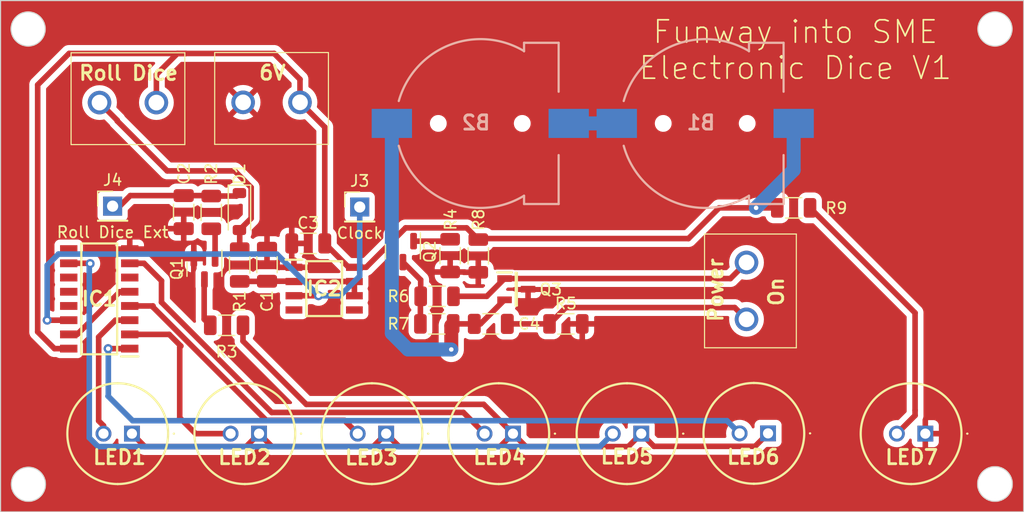
<source format=kicad_pcb>
(kicad_pcb (version 20221018) (generator pcbnew)
  (layers (0 "F.Cu" signal) (31 "B.Cu" signal) (34 "B.Paste" user) (35 "F.Paste" user) (36 "B.SilkS" user "B.Silkscreen") (37 "F.SilkS" user "F.Silkscreen") (38 "B.Mask" user) (39 "F.Mask" user) (44 "Edge.Cuts" user))
  (net 0 "")
  (net 1 "Net-(B1-Pad1)")
  (net 2 "6V")
  (net 3 "Net-(Q3-S)")
  (net 4 "Net-(IC2-DISCH)")
  (net 5 "GND")
  (net 6 "Net-(D1-K)")
  (net 7 "Net-(C4-Pad2)")
  (net 8 "Net-(D1-A)")
  (net 9 "LED 6")
  (net 10 "LED 2")
  (net 11 "LED 1")
  (net 12 "LED 3")
  (net 13 "RESET")
  (net 15 "LED 4")
  (net 17 "LED 5")
  (net 21 "Net-(IC1-CP0)")
  (net 24 "Net-(Q3-G)")
  (net 25 "Net-(LED1-K)")
  (net 26 "Net-(LED7-A)")
  (net 27 "Net-(Q1-B)")
  (net 28 "Net-(Q1-C)")
  (net 29 "Net-(Q2-B)")
  (net 30 "Net-(Q2-C)")
  (footprint "Resistor_SMD:R_1206_3216Metric" (layer "F.Cu") (at 166.0652 92.456 180)
    (fp_text reference "R6" (at 3.4544 0) (layer "F.SilkS"))
    (fp_text value "10k")
    (fp_line (start -0.727064 -0.91) (end 0.727064 -0.91) (stroke (width 0.12)) (layer "F.SilkS"))
    (fp_line (start -0.727064 0.91) (end 0.727064 0.91) (stroke (width 0.12)) (layer "F.SilkS"))
    (pad "1" smd roundrect (at -1.4625 0 180) (size 1.125 1.75) (layers "F.Cu" "F.Paste" "F.Mask") (roundrect_rratio 0.2222222222) (net 24 "Net-(Q3-G)"))
    (pad "2" smd roundrect (at 1.4625 0 180) (size 1.125 1.75) (layers "F.Cu" "F.Paste" "F.Mask") (roundrect_rratio 0.2222222222) (net 30 "Net-(Q2-C)"))
  )
  (footprint "Capacitor_SMD:C_1206_3216Metric" (layer "F.Cu") (at 143.4338 84.9376 -90)
    (fp_text reference "C2" (at -3.4544 -0.0254 90) (layer "F.SilkS"))
    (fp_text value "33uF")
    (fp_line (start -0.711252 -0.91) (end 0.711252 -0.91) (stroke (width 0.12)) (layer "F.SilkS"))
    (fp_line (start -0.711252 0.91) (end 0.711252 0.91) (stroke (width 0.12)) (layer "F.SilkS"))
    (pad "1" smd roundrect (at -1.475 0 270) (size 1.15 1.8) (layers "F.Cu" "F.Paste" "F.Mask") (roundrect_rratio 0.2173913043) (net 6 "Net-(D1-K)"))
    (pad "2" smd roundrect (at 1.475 0 270) (size 1.15 1.8) (layers "F.Cu" "F.Paste" "F.Mask") (roundrect_rratio 0.2173913043) (net 5 "GND"))
  )
  (footprint "SamacSys_Parts:17761192" (layer "F.Cu") (at 153.8224 75.1332 180)
    (fp_text reference "J2" hide)
    (fp_text value "6V" (at 2.4638 2.6416) (layer "F.SilkS") (effects (font (size 1.27 1.27) (thickness 0.254))))
    (fp_line (start -2.54 -3.75) (end 7.62 -3.75) (stroke (width 0.1)) (layer "F.SilkS"))
    (fp_line (start -2.54 4.45) (end -2.54 -3.75) (stroke (width 0.1)) (layer "F.SilkS"))
    (fp_line (start 7.62 -3.75) (end 7.62 4.45) (stroke (width 0.1)) (layer "F.SilkS"))
    (fp_line (start 7.62 4.45) (end -2.54 4.45) (stroke (width 0.1)) (layer "F.SilkS"))
    (pad "1" thru_hole circle (at 0 0 180) (size 2.1 2.1) (drill 1.4) (layers "*.Cu" "*.Mask") (net 2 "6V"))
    (pad "2" thru_hole circle (at 5.08 0 180) (size 2.1 2.1) (drill 1.4) (layers "*.Cu" "*.Mask") (net 5 "GND"))
  )
  (footprint "Package_TO_SOT_SMD:SOT-23" (layer "F.Cu") (at 163.0172 88.4682 -90)
    (fp_text reference "Q2" (at 0 -2.4 90) (layer "F.SilkS"))
    (fp_text value "BC858")
    (fp_line (start 0 -1.56) (end -1.675 -1.56) (stroke (width 0.12)) (layer "F.SilkS"))
    (fp_line (start 0 -1.56) (end 0.65 -1.56) (stroke (width 0.12)) (layer "F.SilkS"))
    (fp_line (start 0 1.56) (end -0.65 1.56) (stroke (width 0.12)) (layer "F.SilkS"))
    (fp_line (start 0 1.56) (end 0.65 1.56) (stroke (width 0.12)) (layer "F.SilkS"))
    (pad "1" smd roundrect (at -0.9375 -0.95 270) (size 1.475 0.6) (layers "F.Cu" "F.Paste" "F.Mask") (net 29 "Net-(Q2-B)"))
    (pad "2" smd roundrect (at -0.9375 0.95 270) (size 1.475 0.6) (layers "F.Cu" "F.Paste" "F.Mask") (net 2 "6V"))
    (pad "3" smd roundrect (at 0.9375 0 270) (size 1.475 0.6) (layers "F.Cu" "F.Paste" "F.Mask") (net 30 "Net-(Q2-C)"))
  )
  (footprint "SamacSys_Parts:L793GD" (layer "F.Cu") (at 184.3024 104.7242 -90)
    (fp_text reference "LED5" (at 2.0574 1.27 -180) (layer "F.SilkS") (effects (font (size 1.27 1.27) (thickness 0.254))))
    (fp_text value "L-793GD" hide)
    (fp_line (start -4.5 1.27) (end -4.5 1.27) (stroke (width 0.2)) (layer "F.SilkS"))
    (fp_line (start 0 -3.8) (end 0 -3.8) (stroke (width 0.1)) (layer "F.SilkS"))
    (fp_line (start 0 -3.7) (end 0 -3.7) (stroke (width 0.1)) (layer "F.SilkS"))
    (fp_line (start 4.5 1.27) (end 4.5 1.27) (stroke (width 0.2)) (layer "F.SilkS"))
    (fp_arc (start -4.5 1.27) (mid 0 -3.23) (end 4.5 1.27) (stroke (width 0.2)) (layer "F.SilkS"))
    (fp_arc (start 0 -3.8) (mid 0.05 -3.75) (end 0 -3.7) (stroke (width 0.1)) (layer "F.SilkS"))
    (fp_arc (start 0 -3.7) (mid -0.05 -3.75) (end 0 -3.8) (stroke (width 0.1)) (layer "F.SilkS"))
    (fp_arc (start 4.5 1.27) (mid 0 5.77) (end -4.5 1.27) (stroke (width 0.2)) (layer "F.SilkS"))
    (pad "1" thru_hole rect (at 0 0 270) (size 1.416 1.416) (drill 0.91) (layers "*.Cu" "*.Mask") (net 25 "Net-(LED1-K)"))
    (pad "2" thru_hole circle (at 0 2.54 270) (size 1.416 1.416) (drill 0.91) (layers "*.Cu" "*.Mask") (net 17 "LED 5"))
  )
  (footprint "SamacSys_Parts:L793GD" (layer "F.Cu") (at 161.5186 104.7242 -90)
    (fp_text reference "LED3" (at 2.1336 1.3208 -180) (layer "F.SilkS") (effects (font (size 1.27 1.27) (thickness 0.254))))
    (fp_text value "L-793GD" hide)
    (fp_line (start -4.5 1.27) (end -4.5 1.27) (stroke (width 0.2)) (layer "F.SilkS"))
    (fp_line (start 0 -3.8) (end 0 -3.8) (stroke (width 0.1)) (layer "F.SilkS"))
    (fp_line (start 0 -3.7) (end 0 -3.7) (stroke (width 0.1)) (layer "F.SilkS"))
    (fp_line (start 4.5 1.27) (end 4.5 1.27) (stroke (width 0.2)) (layer "F.SilkS"))
    (fp_arc (start -4.5 1.27) (mid 0 -3.23) (end 4.5 1.27) (stroke (width 0.2)) (layer "F.SilkS"))
    (fp_arc (start 0 -3.8) (mid 0.05 -3.75) (end 0 -3.7) (stroke (width 0.1)) (layer "F.SilkS"))
    (fp_arc (start 0 -3.7) (mid -0.05 -3.75) (end 0 -3.8) (stroke (width 0.1)) (layer "F.SilkS"))
    (fp_arc (start 4.5 1.27) (mid 0 5.77) (end -4.5 1.27) (stroke (width 0.2)) (layer "F.SilkS"))
    (pad "1" thru_hole rect (at 0 0 270) (size 1.416 1.416) (drill 0.91) (layers "*.Cu" "*.Mask") (net 25 "Net-(LED1-K)"))
    (pad "2" thru_hole circle (at 0 2.54 270) (size 1.416 1.416) (drill 0.91) (layers "*.Cu" "*.Mask") (net 12 "LED 3"))
  )
  (footprint "SamacSys_Parts:SOIC127P600X175-8N" (layer "F.Cu") (at 155.9814 91.7702)
    (fp_text reference "IC2" (at 0 0) (layer "F.SilkS") (effects (font (size 1.27 1.27) (thickness 0.254))))
    (fp_text value "NE555DR" hide)
    (fp_line (start -3.45 -2.58) (end -1.95 -2.58) (stroke (width 0.2)) (layer "F.SilkS"))
    (fp_line (start -1.6 -2.45) (end 1.6 -2.45) (stroke (width 0.2)) (layer "F.SilkS"))
    (fp_line (start -1.6 2.45) (end -1.6 -2.45) (stroke (width 0.2)) (layer "F.SilkS"))
    (fp_line (start 1.6 -2.45) (end 1.6 2.45) (stroke (width 0.2)) (layer "F.SilkS"))
    (fp_line (start 1.6 2.45) (end -1.6 2.45) (stroke (width 0.2)) (layer "F.SilkS"))
    (pad "1" smd rect (at -2.7 -1.905 90) (size 0.65 1.5) (layers "F.Cu" "F.Paste" "F.Mask") (net 5 "GND"))
    (pad "2" smd rect (at -2.7 -0.635 90) (size 0.65 1.5) (layers "F.Cu" "F.Paste" "F.Mask") (net 4 "Net-(IC2-DISCH)"))
    (pad "3" smd rect (at -2.7 0.635 90) (size 0.65 1.5) (layers "F.Cu" "F.Paste" "F.Mask") (net 21 "Net-(IC1-CP0)"))
    (pad "4" smd rect (at -2.7 1.905 90) (size 0.65 1.5) (layers "F.Cu" "F.Paste" "F.Mask"))
    (pad "5" smd rect (at 2.7 1.905 90) (size 0.65 1.5) (layers "F.Cu" "F.Paste" "F.Mask"))
    (pad "6" smd rect (at 2.7 0.635 90) (size 0.65 1.5) (layers "F.Cu" "F.Paste" "F.Mask") (net 4 "Net-(IC2-DISCH)"))
    (pad "7" smd rect (at 2.7 -0.635 90) (size 0.65 1.5) (layers "F.Cu" "F.Paste" "F.Mask") (net 4 "Net-(IC2-DISCH)"))
    (pad "8" smd rect (at 2.7 -1.905 90) (size 0.65 1.5) (layers "F.Cu" "F.Paste" "F.Mask") (net 2 "6V"))
  )
  (footprint "Resistor_SMD:R_1206_3216Metric" (layer "F.Cu") (at 147.2692 95.0468)
    (fp_text reference "R3" (at 0 2.3622) (layer "F.SilkS"))
    (fp_text value "220R")
    (fp_line (start -0.727064 -0.91) (end 0.727064 -0.91) (stroke (width 0.12)) (layer "F.SilkS"))
    (fp_line (start -0.727064 0.91) (end 0.727064 0.91) (stroke (width 0.12)) (layer "F.SilkS"))
    (pad "1" smd roundrect (at -1.4625 0) (size 1.125 1.75) (layers "F.Cu" "F.Paste" "F.Mask") (roundrect_rratio 0.2222222222) (net 28 "Net-(Q1-C)"))
    (pad "2" smd roundrect (at 1.4625 0) (size 1.125 1.75) (layers "F.Cu" "F.Paste" "F.Mask") (roundrect_rratio 0.2222222222) (net 25 "Net-(LED1-K)"))
  )
  (footprint "Capacitor_SMD:C_1206_3216Metric" (layer "F.Cu") (at 170.8658 94.9198)
    (fp_text reference "C4" (at 3.429 0) (layer "F.SilkS"))
    (fp_text value "330nF-1206-50V-10%")
    (fp_line (start -0.711252 -0.91) (end 0.711252 -0.91) (stroke (width 0.12)) (layer "F.SilkS"))
    (fp_line (start -0.711252 0.91) (end 0.711252 0.91) (stroke (width 0.12)) (layer "F.SilkS"))
    (pad "1" smd roundrect (at -1.475 0) (size 1.15 1.8) (layers "F.Cu" "F.Paste" "F.Mask") (roundrect_rratio 0.2173913043) (net 3 "Net-(Q3-S)"))
    (pad "2" smd roundrect (at 1.475 0) (size 1.15 1.8) (layers "F.Cu" "F.Paste" "F.Mask") (roundrect_rratio 0.2173913043) (net 7 "Net-(C4-Pad2)"))
  )
  (footprint "Capacitor_SMD:C_1206_3216Metric" (layer "F.Cu") (at 154.559 87.7316 180)
    (fp_text reference "C3" (at 0 1.8288) (layer "F.SilkS"))
    (fp_text value "4.7uF")
    (fp_line (start -0.711252 -0.91) (end 0.711252 -0.91) (stroke (width 0.12)) (layer "F.SilkS"))
    (fp_line (start -0.711252 0.91) (end 0.711252 0.91) (stroke (width 0.12)) (layer "F.SilkS"))
    (pad "1" smd roundrect (at -1.475 0 180) (size 1.15 1.8) (layers "F.Cu" "F.Paste" "F.Mask") (roundrect_rratio 0.2173913043) (net 2 "6V"))
    (pad "2" smd roundrect (at 1.475 0 180) (size 1.15 1.8) (layers "F.Cu" "F.Paste" "F.Mask") (roundrect_rratio 0.2173913043) (net 5 "GND"))
  )
  (footprint "Resistor_SMD:R_1206_3216Metric" (layer "F.Cu") (at 169.7482 88.8492 90)
    (fp_text reference "R8" (at 3.2258 0.0254 90) (layer "F.SilkS"))
    (fp_text value "10k")
    (fp_line (start -0.727064 -0.91) (end 0.727064 -0.91) (stroke (width 0.12)) (layer "F.SilkS"))
    (fp_line (start -0.727064 0.91) (end 0.727064 0.91) (stroke (width 0.12)) (layer "F.SilkS"))
    (pad "1" smd roundrect (at -1.4625 0 90) (size 1.125 1.75) (layers "F.Cu" "F.Paste" "F.Mask") (roundrect_rratio 0.2222222222) (net 5 "GND"))
    (pad "2" smd roundrect (at 1.4625 0 90) (size 1.125 1.75) (layers "F.Cu" "F.Paste" "F.Mask") (roundrect_rratio 0.2222222222) (net 2 "6V"))
  )
  (footprint "SamacSys_Parts:L793GD" (layer "F.Cu") (at 209.677 104.7242 -90)
    (fp_text reference "LED7" (at 2.1082 1.2192 -180) (layer "F.SilkS") (effects (font (size 1.27 1.27) (thickness 0.254))))
    (fp_text value "L-793GD" hide)
    (fp_line (start -4.5 1.27) (end -4.5 1.27) (stroke (width 0.2)) (layer "F.SilkS"))
    (fp_line (start 0 -3.8) (end 0 -3.8) (stroke (width 0.1)) (layer "F.SilkS"))
    (fp_line (start 0 -3.7) (end 0 -3.7) (stroke (width 0.1)) (layer "F.SilkS"))
    (fp_line (start 4.5 1.27) (end 4.5 1.27) (stroke (width 0.2)) (layer "F.SilkS"))
    (fp_arc (start -4.5 1.27) (mid 0 -3.23) (end 4.5 1.27) (stroke (width 0.2)) (layer "F.SilkS"))
    (fp_arc (start 0 -3.8) (mid 0.05 -3.75) (end 0 -3.7) (stroke (width 0.1)) (layer "F.SilkS"))
    (fp_arc (start 0 -3.7) (mid -0.05 -3.75) (end 0 -3.8) (stroke (width 0.1)) (layer "F.SilkS"))
    (fp_arc (start 4.5 1.27) (mid 0 5.77) (end -4.5 1.27) (stroke (width 0.2)) (layer "F.SilkS"))
    (pad "1" thru_hole rect (at 0 0 270) (size 1.416 1.416) (drill 0.91) (layers "*.Cu" "*.Mask") (net 5 "GND"))
    (pad "2" thru_hole circle (at 0 2.54 270) (size 1.416 1.416) (drill 0.91) (layers "*.Cu" "*.Mask") (net 26 "Net-(LED7-A)"))
  )
  (footprint "SamacSys_Parts:17761192" (layer "F.Cu") (at 193.706 94.5134 90)
    (fp_text reference "J5" hide)
    (fp_text value "Power" (at 2.6162 -2.7488 90) (layer "F.SilkS") (effects (font (size 1.27 1.27) (thickness 0.254))))
    (fp_line (start -2.54 -3.75) (end 7.62 -3.75) (stroke (width 0.1)) (layer "F.SilkS"))
    (fp_line (start -2.54 4.45) (end -2.54 -3.75) (stroke (width 0.1)) (layer "F.SilkS"))
    (fp_line (start 7.62 -3.75) (end 7.62 4.45) (stroke (width 0.1)) (layer "F.SilkS"))
    (fp_line (start 7.62 4.45) (end -2.54 4.45) (stroke (width 0.1)) (layer "F.SilkS"))
    (pad "1" thru_hole circle (at 0 0 90) (size 2.1 2.1) (drill 1.4) (layers "*.Cu" "*.Mask") (net 7 "Net-(C4-Pad2)"))
    (pad "2" thru_hole circle (at 5.08 0 90) (size 2.1 2.1) (drill 1.4) (layers "*.Cu" "*.Mask") (net 24 "Net-(Q3-G)"))
  )
  (footprint "SamacSys_Parts:L793GD" (layer "F.Cu") (at 172.847 104.7242 -90)
    (fp_text reference "LED4" (at 2.1082 1.1938 -180) (layer "F.SilkS") (effects (font (size 1.27 1.27) (thickness 0.254))))
    (fp_text value "L-793GD" hide)
    (fp_line (start -4.5 1.27) (end -4.5 1.27) (stroke (width 0.2)) (layer "F.SilkS"))
    (fp_line (start 0 -3.8) (end 0 -3.8) (stroke (width 0.1)) (layer "F.SilkS"))
    (fp_line (start 0 -3.7) (end 0 -3.7) (stroke (width 0.1)) (layer "F.SilkS"))
    (fp_line (start 4.5 1.27) (end 4.5 1.27) (stroke (width 0.2)) (layer "F.SilkS"))
    (fp_arc (start -4.5 1.27) (mid 0 -3.23) (end 4.5 1.27) (stroke (width 0.2)) (layer "F.SilkS"))
    (fp_arc (start 0 -3.8) (mid 0.05 -3.75) (end 0 -3.7) (stroke (width 0.1)) (layer "F.SilkS"))
    (fp_arc (start 0 -3.7) (mid -0.05 -3.75) (end 0 -3.8) (stroke (width 0.1)) (layer "F.SilkS"))
    (fp_arc (start 4.5 1.27) (mid 0 5.77) (end -4.5 1.27) (stroke (width 0.2)) (layer "F.SilkS"))
    (pad "1" thru_hole rect (at 0 0 270) (size 1.416 1.416) (drill 0.91) (layers "*.Cu" "*.Mask") (net 25 "Net-(LED1-K)"))
    (pad "2" thru_hole circle (at 0 2.54 270) (size 1.416 1.416) (drill 0.91) (layers "*.Cu" "*.Mask") (net 15 "LED 4"))
  )
  (footprint "Resistor_SMD:R_1206_3216Metric" (layer "F.Cu") (at 145.8976 84.963 90)
    (fp_text reference "R2" (at 3.4544 0 90) (layer "F.SilkS"))
    (fp_text value "220k")
    (fp_line (start -0.727064 -0.91) (end 0.727064 -0.91) (stroke (width 0.12)) (layer "F.SilkS"))
    (fp_line (start -0.727064 0.91) (end 0.727064 0.91) (stroke (width 0.12)) (layer "F.SilkS"))
    (pad "1" smd roundrect (at -1.4625 0 90) (size 1.125 1.75) (layers "F.Cu" "F.Paste" "F.Mask") (roundrect_rratio 0.2222222222) (net 27 "Net-(Q1-B)"))
    (pad "2" smd roundrect (at 1.4625 0 90) (size 1.125 1.75) (layers "F.Cu" "F.Paste" "F.Mask") (roundrect_rratio 0.2222222222) (net 6 "Net-(D1-K)"))
  )
  (footprint "Resistor_SMD:R_1206_3216Metric" (layer "F.Cu") (at 177.5714 94.9198)
    (fp_text reference "R5" (at 0 -1.82) (layer "F.SilkS"))
    (fp_text value "1M")
    (fp_line (start -0.727064 -0.91) (end 0.727064 -0.91) (stroke (width 0.12)) (layer "F.SilkS"))
    (fp_line (start -0.727064 0.91) (end 0.727064 0.91) (stroke (width 0.12)) (layer "F.SilkS"))
    (pad "1" smd roundrect (at -1.4625 0) (size 1.125 1.75) (layers "F.Cu" "F.Paste" "F.Mask") (roundrect_rratio 0.2222222222) (net 7 "Net-(C4-Pad2)"))
    (pad "2" smd roundrect (at 1.4625 0) (size 1.125 1.75) (layers "F.Cu" "F.Paste" "F.Mask") (roundrect_rratio 0.2222222222) (net 5 "GND"))
  )
  (footprint "SamacSys_Parts:L793GD" (layer "F.Cu") (at 150.1648 104.7242 -90)
    (fp_text reference "LED2" (at 2.1082 1.2954 -180) (layer "F.SilkS") (effects (font (size 1.27 1.27) (thickness 0.254))))
    (fp_text value "L-793GD" hide)
    (fp_line (start -4.5 1.27) (end -4.5 1.27) (stroke (width 0.2)) (layer "F.SilkS"))
    (fp_line (start 0 -3.8) (end 0 -3.8) (stroke (width 0.1)) (layer "F.SilkS"))
    (fp_line (start 0 -3.7) (end 0 -3.7) (stroke (width 0.1)) (layer "F.SilkS"))
    (fp_line (start 4.5 1.27) (end 4.5 1.27) (stroke (width 0.2)) (layer "F.SilkS"))
    (fp_arc (start -4.5 1.27) (mid 0 -3.23) (end 4.5 1.27) (stroke (width 0.2)) (layer "F.SilkS"))
    (fp_arc (start 0 -3.8) (mid 0.05 -3.75) (end 0 -3.7) (stroke (width 0.1)) (layer "F.SilkS"))
    (fp_arc (start 0 -3.7) (mid -0.05 -3.75) (end 0 -3.8) (stroke (width 0.1)) (layer "F.SilkS"))
    (fp_arc (start 4.5 1.27) (mid 0 5.77) (end -4.5 1.27) (stroke (width 0.2)) (layer "F.SilkS"))
    (pad "1" thru_hole rect (at 0 0 270) (size 1.416 1.416) (drill 0.91) (layers "*.Cu" "*.Mask") (net 25 "Net-(LED1-K)"))
    (pad "2" thru_hole circle (at 0 2.54 270) (size 1.416 1.416) (drill 0.91) (layers "*.Cu" "*.Mask") (net 10 "LED 2"))
  )
  (footprint "SamacSys_Parts:17761192" (layer "F.Cu") (at 140.9954 75.153 180)
    (fp_text reference "J1" hide)
    (fp_text value "Roll Dice" (at 2.4892 2.636) (layer "F.SilkS") (effects (font (size 1.27 1.27) (thickness 0.254))))
    (fp_line (start -2.54 -3.75) (end 7.62 -3.75) (stroke (width 0.1)) (layer "F.SilkS"))
    (fp_line (start -2.54 4.45) (end -2.54 -3.75) (stroke (width 0.1)) (layer "F.SilkS"))
    (fp_line (start 7.62 -3.75) (end 7.62 4.45) (stroke (width 0.1)) (layer "F.SilkS"))
    (fp_line (start 7.62 4.45) (end -2.54 4.45) (stroke (width 0.1)) (layer "F.SilkS"))
    (pad "1" thru_hole circle (at 0 0 180) (size 2.1 2.1) (drill 1.4) (layers "*.Cu" "*.Mask") (net 2 "6V"))
    (pad "2" thru_hole circle (at 5.08 0 180) (size 2.1 2.1) (drill 1.4) (layers "*.Cu" "*.Mask") (net 8 "Net-(D1-A)"))
  )
  (footprint "Capacitor_SMD:C_1206_3216Metric" (layer "F.Cu") (at 150.876 89.6366 90)
    (fp_text reference "C1" (at -3.2512 0 90) (layer "F.SilkS"))
    (fp_text value "22nF")
    (fp_line (start -0.711252 -0.91) (end 0.711252 -0.91) (stroke (width 0.12)) (layer "F.SilkS"))
    (fp_line (start -0.711252 0.91) (end 0.711252 0.91) (stroke (width 0.12)) (layer "F.SilkS"))
    (pad "1" smd roundrect (at -1.475 0 90) (size 1.15 1.8) (layers "F.Cu" "F.Paste" "F.Mask") (roundrect_rratio 0.2173913043) (net 4 "Net-(IC2-DISCH)"))
    (pad "2" smd roundrect (at 1.475 0 90) (size 1.15 1.8) (layers "F.Cu" "F.Paste" "F.Mask") (roundrect_rratio 0.2173913043) (net 5 "GND"))
  )
  (footprint "Diode_SMD:D_SOD-123" (layer "F.Cu") (at 148.4122 84.8868 -90)
    (fp_text reference "D1" (at -3.3528 0 90) (layer "F.SilkS"))
    (fp_text value "1N4148W")
    (fp_line (start -2.36 -1) (end -2.36 1) (stroke (width 0.12)) (layer "F.SilkS"))
    (fp_line (start -2.36 -1) (end 1.65 -1) (stroke (width 0.12)) (layer "F.SilkS"))
    (fp_line (start -2.36 1) (end 1.65 1) (stroke (width 0.12)) (layer "F.SilkS"))
    (pad "1" smd roundrect (at -1.65 0 270) (size 0.9 1.2) (layers "F.Cu" "F.Paste" "F.Mask") (net 6 "Net-(D1-K)"))
    (pad "2" smd roundrect (at 1.65 0 270) (size 0.9 1.2) (layers "F.Cu" "F.Paste" "F.Mask") (net 8 "Net-(D1-A)"))
  )
  (footprint "Package_TO_SOT_SMD:SOT-23" (layer "F.Cu") (at 145.288 90.0199 -90)
    (fp_text reference "Q1" (at -0.0102 2.4661 90) (layer "F.SilkS"))
    (fp_text value "BC848")
    (fp_line (start 0 -1.56) (end -1.675 -1.56) (stroke (width 0.12)) (layer "F.SilkS"))
    (fp_line (start 0 -1.56) (end 0.65 -1.56) (stroke (width 0.12)) (layer "F.SilkS"))
    (fp_line (start 0 1.56) (end -0.65 1.56) (stroke (width 0.12)) (layer "F.SilkS"))
    (fp_line (start 0 1.56) (end 0.65 1.56) (stroke (width 0.12)) (layer "F.SilkS"))
    (pad "1" smd roundrect (at -0.9375 -0.95 270) (size 1.475 0.6) (layers "F.Cu" "F.Paste" "F.Mask") (net 27 "Net-(Q1-B)"))
    (pad "2" smd roundrect (at -0.9375 0.95 270) (size 1.475 0.6) (layers "F.Cu" "F.Paste" "F.Mask") (net 5 "GND"))
    (pad "3" smd roundrect (at 0.9375 0 270) (size 1.475 0.6) (layers "F.Cu" "F.Paste" "F.Mask") (net 28 "Net-(Q1-C)"))
  )
  (footprint "SamacSys_Parts:L793GD" (layer "F.Cu") (at 138.811 104.7242 -90)
    (fp_text reference "LED1" (at 2.1082 1.1176 -180) (layer "F.SilkS") (effects (font (size 1.27 1.27) (thickness 0.254))))
    (fp_text value "L-793GD" hide)
    (fp_line (start -4.5 1.27) (end -4.5 1.27) (stroke (width 0.2)) (layer "F.SilkS"))
    (fp_line (start 0 -3.8) (end 0 -3.8) (stroke (width 0.1)) (layer "F.SilkS"))
    (fp_line (start 0 -3.7) (end 0 -3.7) (stroke (width 0.1)) (layer "F.SilkS"))
    (fp_line (start 4.5 1.27) (end 4.5 1.27) (stroke (width 0.2)) (layer "F.SilkS"))
    (fp_arc (start -4.5 1.27) (mid 0 -3.23) (end 4.5 1.27) (stroke (width 0.2)) (layer "F.SilkS"))
    (fp_arc (start 0 -3.8) (mid 0.05 -3.75) (end 0 -3.7) (stroke (width 0.1)) (layer "F.SilkS"))
    (fp_arc (start 0 -3.7) (mid -0.05 -3.75) (end 0 -3.8) (stroke (width 0.1)) (layer "F.SilkS"))
    (fp_arc (start 4.5 1.27) (mid 0 5.77) (end -4.5 1.27) (stroke (width 0.2)) (layer "F.SilkS"))
    (pad "1" thru_hole rect (at 0 0 270) (size 1.416 1.416) (drill 0.91) (layers "*.Cu" "*.Mask") (net 25 "Net-(LED1-K)"))
    (pad "2" thru_hole circle (at 0 2.54 270) (size 1.416 1.416) (drill 0.91) (layers "*.Cu" "*.Mask") (net 11 "LED 1"))
  )
  (footprint "Resistor_SMD:R_1206_3216Metric" (layer "F.Cu") (at 166.0398 94.9198 180)
    (fp_text reference "R7" (at 3.429 0) (layer "F.SilkS"))
    (fp_text value "10k")
    (fp_line (start -0.727064 -0.91) (end 0.727064 -0.91) (stroke (width 0.12)) (layer "F.SilkS"))
    (fp_line (start -0.727064 0.91) (end 0.727064 0.91) (stroke (width 0.12)) (layer "F.SilkS"))
    (pad "1" smd roundrect (at -1.4625 0 180) (size 1.125 1.75) (layers "F.Cu" "F.Paste" "F.Mask") (roundrect_rratio 0.2222222222) (net 3 "Net-(Q3-S)"))
    (pad "2" smd roundrect (at 1.4625 0 180) (size 1.125 1.75) (layers "F.Cu" "F.Paste" "F.Mask") (roundrect_rratio 0.2222222222) (net 30 "Net-(Q2-C)"))
  )
  (footprint "Resistor_SMD:R_1206_3216Metric" (layer "F.Cu") (at 167.2336 88.8238 90)
    (fp_text reference "R4" (at 3.2258 0.0508 90) (layer "F.SilkS"))
    (fp_text value "100k")
    (fp_line (start -0.727064 -0.91) (end 0.727064 -0.91) (stroke (width 0.12)) (layer "F.SilkS"))
    (fp_line (start -0.727064 0.91) (end 0.727064 0.91) (stroke (width 0.12)) (layer "F.SilkS"))
    (pad "1" smd roundrect (at -1.4625 0 90) (size 1.125 1.75) (layers "F.Cu" "F.Paste" "F.Mask") (roundrect_rratio 0.2222222222) (net 5 "GND"))
    (pad "2" smd roundrect (at 1.4625 0 90) (size 1.125 1.75) (layers "F.Cu" "F.Paste" "F.Mask") (roundrect_rratio 0.2222222222) (net 29 "Net-(Q2-B)"))
  )
  (footprint "SamacSys_Parts:L793GD" (layer "F.Cu") (at 195.6308 104.6988 -90)
    (fp_text reference "LED6" (at 2.1082 1.3208 -180) (layer "F.SilkS") (effects (font (size 1.27 1.27) (thickness 0.254))))
    (fp_text value "L-793GD" hide)
    (fp_line (start -4.5 1.27) (end -4.5 1.27) (stroke (width 0.2)) (layer "F.SilkS"))
    (fp_line (start 0 -3.8) (end 0 -3.8) (stroke (width 0.1)) (layer "F.SilkS"))
    (fp_line (start 0 -3.7) (end 0 -3.7) (stroke (width 0.1)) (layer "F.SilkS"))
    (fp_line (start 4.5 1.27) (end 4.5 1.27) (stroke (width 0.2)) (layer "F.SilkS"))
    (fp_arc (start -4.5 1.27) (mid 0 -3.23) (end 4.5 1.27) (stroke (width 0.2)) (layer "F.SilkS"))
    (fp_arc (start 0 -3.8) (mid 0.05 -3.75) (end 0 -3.7) (stroke (width 0.1)) (layer "F.SilkS"))
    (fp_arc (start 0 -3.7) (mid -0.05 -3.75) (end 0 -3.8) (stroke (width 0.1)) (layer "F.SilkS"))
    (fp_arc (start 4.5 1.27) (mid 0 5.77) (end -4.5 1.27) (stroke (width 0.2)) (layer "F.SilkS"))
    (pad "1" thru_hole rect (at 0 0 270) (size 1.416 1.416) (drill 0.91) (layers "*.Cu" "*.Mask") (net 25 "Net-(LED1-K)"))
    (pad "2" thru_hole circle (at 0 2.54 270) (size 1.416 1.416) (drill 0.91) (layers "*.Cu" "*.Mask") (net 9 "LED 6"))
  )
  (footprint "SamacSys_Parts:SOIC127P600X175-16N" (layer "F.Cu") (at 135.89 92.6846 180)
    (fp_text reference "IC1" (at 0 0) (layer "F.SilkS") (effects (font (size 1.27 1.27) (thickness 0.254))))
    (fp_text value "74HC4017D,653" hide)
    (fp_line (start -3.5 -5.145) (end -1.95 -5.145) (stroke (width 0.2)) (layer "F.SilkS"))
    (fp_line (start -1.6 -4.95) (end 1.6 -4.95) (stroke (width 0.2)) (layer "F.SilkS"))
    (fp_line (start -1.6 4.95) (end -1.6 -4.95) (stroke (width 0.2)) (layer "F.SilkS"))
    (fp_line (start 1.6 -4.95) (end 1.6 4.95) (stroke (width 0.2)) (layer "F.SilkS"))
    (fp_line (start 1.6 4.95) (end -1.6 4.95) (stroke (width 0.2)) (layer "F.SilkS"))
    (pad "1" smd rect (at -2.725 -4.445 270) (size 0.7 1.55) (layers "F.Cu" "F.Paste" "F.Mask") (net 9 "LED 6"))
    (pad "2" smd rect (at -2.725 -3.175 270) (size 0.7 1.55) (layers "F.Cu" "F.Paste" "F.Mask") (net 10 "LED 2"))
    (pad "3" smd rect (at -2.725 -1.905 270) (size 0.7 1.55) (layers "F.Cu" "F.Paste" "F.Mask") (net 11 "LED 1"))
    (pad "4" smd rect (at -2.725 -0.635 270) (size 0.7 1.55) (layers "F.Cu" "F.Paste" "F.Mask") (net 12 "LED 3"))
    (pad "5" smd rect (at -2.725 0.635 270) (size 0.7 1.55) (layers "F.Cu" "F.Paste" "F.Mask") (net 13 "RESET"))
    (pad "6" smd rect (at -2.725 1.905 270) (size 0.7 1.55) (layers "F.Cu" "F.Paste" "F.Mask"))
    (pad "7" smd rect (at -2.725 3.175 270) (size 0.7 1.55) (layers "F.Cu" "F.Paste" "F.Mask") (net 15 "LED 4"))
    (pad "8" smd rect (at -2.725 4.445 270) (size 0.7 1.55) (layers "F.Cu" "F.Paste" "F.Mask") (net 5 "GND"))
    (pad "9" smd rect (at 2.725 4.445 270) (size 0.7 1.55) (layers "F.Cu" "F.Paste" "F.Mask"))
    (pad "10" smd rect (at 2.725 3.175 270) (size 0.7 1.55) (layers "F.Cu" "F.Paste" "F.Mask") (net 17 "LED 5"))
    (pad "11" smd rect (at 2.725 1.905 270) (size 0.7 1.55) (layers "F.Cu" "F.Paste" "F.Mask"))
    (pad "12" smd rect (at 2.725 0.635 270) (size 0.7 1.55) (layers "F.Cu" "F.Paste" "F.Mask"))
    (pad "13" smd rect (at 2.725 -0.635 270) (size 0.7 1.55) (layers "F.Cu" "F.Paste" "F.Mask"))
    (pad "14" smd rect (at 2.725 -1.905 270) (size 0.7 1.55) (layers "F.Cu" "F.Paste" "F.Mask") (net 21 "Net-(IC1-CP0)"))
    (pad "15" smd rect (at 2.725 -3.175 270) (size 0.7 1.55) (layers "F.Cu" "F.Paste" "F.Mask") (net 13 "RESET"))
    (pad "16" smd rect (at 2.725 -4.445 270) (size 0.7 1.55) (layers "F.Cu" "F.Paste" "F.Mask") (net 2 "6V"))
  )
  (footprint "Resistor_SMD:R_1206_3216Metric" (layer "F.Cu") (at 148.4376 89.662 90)
    (fp_text reference "R1" (at -3.2512 0 90) (layer "F.SilkS"))
    (fp_text value "22k")
    (fp_line (start -0.727064 -0.91) (end 0.727064 -0.91) (stroke (width 0.12)) (layer "F.SilkS"))
    (fp_line (start -0.727064 0.91) (end 0.727064 0.91) (stroke (width 0.12)) (layer "F.SilkS"))
    (pad "1" smd roundrect (at -1.4625 0 90) (size 1.125 1.75) (layers "F.Cu" "F.Paste" "F.Mask") (roundrect_rratio 0.2222222222) (net 4 "Net-(IC2-DISCH)"))
    (pad "2" smd roundrect (at 1.4625 0 90) (size 1.125 1.75) (layers "F.Cu" "F.Paste" "F.Mask") (roundrect_rratio 0.2222222222) (net 8 "Net-(D1-A)"))
  )
  (footprint "Connector_PinHeader_2.54mm:PinHeader_1x01_P2.54mm_Vertical" (layer "F.Cu") (at 159.1564 84.4804)
    (fp_text reference "J3" (at 0 -2.33) (layer "F.SilkS"))
    (fp_text value "Clock" (at 0 2.33) (layer "F.SilkS"))
    (fp_line (start -1.33 -1.33) (end 0 -1.33) (stroke (width 0.12)) (layer "F.SilkS"))
    (fp_line (start -1.33 0) (end -1.33 -1.33) (stroke (width 0.12)) (layer "F.SilkS"))
    (fp_line (start -1.33 1.27) (end -1.33 1.33) (stroke (width 0.12)) (layer "F.SilkS"))
    (fp_line (start -1.33 1.27) (end 1.33 1.27) (stroke (width 0.12)) (layer "F.SilkS"))
    (fp_line (start -1.33 1.33) (end 1.33 1.33) (stroke (width 0.12)) (layer "F.SilkS"))
    (fp_line (start 1.33 1.27) (end 1.33 1.33) (stroke (width 0.12)) (layer "F.SilkS"))
    (pad "1" thru_hole rect (at 0 0) (size 1.7 1.7) (drill 1) (layers "*.Cu" "*.Mask") (net 21 "Net-(IC1-CP0)"))
  )
  (footprint "Connector_PinHeader_2.54mm:PinHeader_1x01_P2.54mm_Vertical" (layer "F.Cu") (at 137.0838 84.4042)
    (fp_text reference "J4" (at 0 -2.33) (layer "F.SilkS"))
    (fp_text value "Roll Dice Ext" (at 0 2.33) (layer "F.SilkS"))
    (fp_line (start -1.33 -1.33) (end 0 -1.33) (stroke (width 0.12)) (layer "F.SilkS"))
    (fp_line (start -1.33 0) (end -1.33 -1.33) (stroke (width 0.12)) (layer "F.SilkS"))
    (fp_line (start -1.33 1.27) (end -1.33 1.33) (stroke (width 0.12)) (layer "F.SilkS"))
    (fp_line (start -1.33 1.27) (end 1.33 1.27) (stroke (width 0.12)) (layer "F.SilkS"))
    (fp_line (start -1.33 1.33) (end 1.33 1.33) (stroke (width 0.12)) (layer "F.SilkS"))
    (fp_line (start 1.33 1.27) (end 1.33 1.33) (stroke (width 0.12)) (layer "F.SilkS"))
    (pad "1" thru_hole rect (at 0 0) (size 1.7 1.7) (drill 1) (layers "*.Cu" "*.Mask") (net 6 "Net-(D1-K)"))
  )
  (footprint "Resistor_SMD:R_1206_3216Metric" (layer "F.Cu") (at 197.9168 84.5566 180)
    (fp_text reference "R9" (at -3.81 -0.0254) (layer "F.SilkS"))
    (fp_text value "220R")
    (fp_line (start -0.727064 -0.91) (end 0.727064 -0.91) (stroke (width 0.12)) (layer "F.SilkS"))
    (fp_line (start -0.727064 0.91) (end 0.727064 0.91) (stroke (width 0.12)) (layer "F.SilkS"))
    (pad "1" smd roundrect (at -1.4625 0 180) (size 1.125 1.75) (layers "F.Cu" "F.Paste" "F.Mask") (roundrect_rratio 0.2222222222) (net 26 "Net-(LED7-A)"))
    (pad "2" smd roundrect (at 1.4625 0 180) (size 1.125 1.75) (layers "F.Cu" "F.Paste" "F.Mask") (roundrect_rratio 0.2222222222) (net 2 "6V"))
  )
  (footprint "SamacSys_Parts:SOT95P237X112-3N" (layer "F.Cu") (at 173.1432 91.821)
    (fp_text reference "Q3" (at 3.082 0.0254) (layer "F.SilkS") (effects (font (thickness 0.15875))))
    (fp_text value "Si2338DS-T1-GE3" hide)
    (fp_line (start -1.7 -1.5) (end -0.4 -1.5) (stroke (width 0.2)) (layer "F.SilkS"))
    (fp_line (start -0.05 -1.46) (end 0.05 -1.46) (stroke (width 0.2)) (layer "F.SilkS"))
    (fp_line (start -0.05 1.46) (end -0.05 -1.46) (stroke (width 0.2)) (layer "F.SilkS"))
    (fp_line (start 0.05 -1.46) (end 0.05 1.46) (stroke (width 0.2)) (layer "F.SilkS"))
    (fp_line (start 0.05 1.46) (end -0.05 1.46) (stroke (width 0.2)) (layer "F.SilkS"))
    (pad "1" smd rect (at -1.05 -0.95 90) (size 0.6 1.3) (layers "F.Cu" "F.Paste" "F.Mask") (net 24 "Net-(Q3-G)"))
    (pad "2" smd rect (at -1.05 0.95 90) (size 0.6 1.3) (layers "F.Cu" "F.Paste" "F.Mask") (net 3 "Net-(Q3-S)"))
    (pad "3" smd rect (at 1.05 0 90) (size 0.6 1.3) (layers "F.Cu" "F.Paste" "F.Mask") (net 5 "GND"))
  )
  (footprint "SamacSys_Parts:1056TR" (layer "B.Cu") (at 190.0174 77.0128)
    (fp_text reference "B1" (at -0.382 -0.067) (layer "B.SilkS") (effects (font (size 1.27 1.27) (thickness 0.254)) (justify mirror)))
    (fp_text value "1056TR" hide)
    (fp_line (start 3.909 -7.2) (end 7 -7.2) (stroke (width 0.2)) (layer "B.SilkS"))
    (fp_line (start 3.909 -6.438) (end 3.909 -7.2) (stroke (width 0.2)) (layer "B.SilkS"))
    (fp_line (start 3.909 6.45927) (end 3.909 7.2) (stroke (width 0.2)) (layer "B.SilkS"))
    (fp_line (start 3.909 7.2) (end 7 7.2) (stroke (width 0.2)) (layer "B.SilkS"))
    (fp_line (start 7 -7.2) (end 7 -2.82887) (stroke (width 0.2)) (layer "B.SilkS"))
    (fp_line (start 7 7.2) (end 7 2.82887) (stroke (width 0.2)) (layer "B.SilkS"))
    (fp_arc (start -7.28028 -2) (mid -2.786672 -6.988725) (end 3.906684 -6.460649) (stroke (width 0.2)) (layer "B.SilkS"))
    (fp_arc (start 3.906712 6.460656) (mid -2.796355 7.01305) (end -7.28028 2) (stroke (width 0.2)) (layer "B.SilkS"))
    (pad "" np_thru_hole circle (at -3.75 0) (size 1 1) (drill 1) (layers "*.Cu" "*.Mask"))
    (pad "" np_thru_hole circle (at 3.75 0) (size 1 1) (drill 1) (layers "*.Cu" "*.Mask"))
    (pad "1" smd rect (at -7.9 0 270) (size 2.6 3.6) (layers "B.Cu" "B.Paste" "B.Mask") (net 1 "Net-(B1-Pad1)"))
    (pad "2" smd rect (at 7.9 0 270) (size 2.6 3.6) (layers "B.Cu" "B.Paste" "B.Mask") (net 2 "6V"))
  )
  (footprint "SamacSys_Parts:1056TR" (layer "B.Cu") (at 169.926 77.0128)
    (fp_text reference "B2" (at -0.382 -0.067) (layer "B.SilkS") (effects (font (size 1.27 1.27) (thickness 0.254)) (justify mirror)))
    (fp_text value "1056TR" hide)
    (fp_line (start 3.909 -7.2) (end 7 -7.2) (stroke (width 0.2)) (layer "B.SilkS"))
    (fp_line (start 3.909 -6.438) (end 3.909 -7.2) (stroke (width 0.2)) (layer "B.SilkS"))
    (fp_line (start 3.909 6.45927) (end 3.909 7.2) (stroke (width 0.2)) (layer "B.SilkS"))
    (fp_line (start 3.909 7.2) (end 7 7.2) (stroke (width 0.2)) (layer "B.SilkS"))
    (fp_line (start 7 -7.2) (end 7 -2.82887) (stroke (width 0.2)) (layer "B.SilkS"))
    (fp_line (start 7 7.2) (end 7 2.82887) (stroke (width 0.2)) (layer "B.SilkS"))
    (fp_arc (start -7.28028 -2) (mid -2.786672 -6.988725) (end 3.906684 -6.460649) (stroke (width 0.2)) (layer "B.SilkS"))
    (fp_arc (start 3.906712 6.460656) (mid -2.796355 7.01305) (end -7.28028 2) (stroke (width 0.2)) (layer "B.SilkS"))
    (pad "" np_thru_hole circle (at -3.75 0) (size 1 1) (drill 1) (layers "*.Cu" "*.Mask"))
    (pad "" np_thru_hole circle (at 3.75 0) (size 1 1) (drill 1) (layers "*.Cu" "*.Mask"))
    (pad "1" smd rect (at -7.9 0 270) (size 2.6 3.6) (layers "B.Cu" "B.Paste" "B.Mask") (net 3 "Net-(Q3-S)"))
    (pad "2" smd rect (at 7.9 0 270) (size 2.6 3.6) (layers "B.Cu" "B.Paste" "B.Mask") (net 1 "Net-(B1-Pad1)"))
  )
  (gr_circle (center 215.9 109.22) (end 217.4494 109.22) (stroke (width 0.1)) (fill none) (layer "Edge.Cuts"))
  (gr_circle (center 215.9 68.58) (end 217.424 68.58) (stroke (width 0.1)) (fill none) (layer "Edge.Cuts"))
  (gr_circle (center 129.54 68.58) (end 128.016 68.58) (stroke (width 0.1)) (fill none) (layer "Edge.Cuts"))
  (gr_rect (start 127.0762 66.04) (end 218.4654 111.7092) (stroke (width 0.1)) (fill none) (layer "Edge.Cuts"))
  (gr_circle (center 129.5654 109.2454) (end 128.0414 109.2454) (stroke (width 0.1)) (fill none) (layer "Edge.Cuts"))
  (gr_text "On" (at 197.104 93.4466 90) (layer "F.SilkS") (effects (font (size 1.27 1.27) (thickness 0.254) bold) (justify left bottom)))
  (gr_text "Funway into SME\nElectronic Dice V1" (at 198.0692 73.2282) (layer "F.SilkS") (effects (font (size 2 2)) (justify bottom)))
  (segment (start 177.826 77.0128) (end 182.1174 77.0128) (width 1.25) (layer "B.Cu") (net 1))
  (segment (start 168.7047 86.3432) (end 163.2547 86.3432) (width 0.5) (layer "F.Cu") (net 2))
  (segment (start 158.6814 89.8652) (end 159.7327 89.8652) (width 0.5) (layer "F.Cu") (net 2))
  (segment (start 169.8351 87.2998) (end 169.7482 87.3867) (width 0.5) (layer "F.Cu") (net 2))
  (segment (start 143.6116 70.7644) (end 151.511 70.7644) (width 0.5) (layer "F.Cu") (net 2))
  (segment (start 153.8224 75.1332) (end 156.034 77.3448) (width 0.5) (layer "F.Cu") (net 2))
  (segment (start 158.1676 89.8652) (end 156.034 87.7316) (width 0.5) (layer "F.Cu") (net 2))
  (segment (start 188.5188 87.2998) (end 169.8351 87.2998) (width 0.5) (layer "F.Cu") (net 2))
  (segment (start 140.9954 72.644) (end 142.875 70.7644) (width 0.5) (layer "F.Cu") (net 2))
  (segment (start 191.262 84.5566) (end 188.5188 87.2998) (width 0.5) (layer "F.Cu") (net 2))
  (segment (start 163.2547 86.3432) (end 162.0672 87.5307) (width 0.5) (layer "F.Cu") (net 2))
  (segment (start 196.4543 84.5566) (end 194.564 84.5566) (width 0.5) (layer "F.Cu") (net 2))
  (segment (start 133.165 97.1296) (end 131.89 97.1296) (width 0.5) (layer "F.Cu") (net 2))
  (segment (start 156.034 77.3448) (end 156.034 87.7316) (width 0.5) (layer "F.Cu") (net 2))
  (segment (start 153.8224 73.0758) (end 153.8224 75.1332) (width 0.5) (layer "F.Cu") (net 2))
  (segment (start 130.3918 73.5702) (end 133.1976 70.7644) (width 0.5) (layer "F.Cu") (net 2))
  (segment (start 130.3918 95.6314) (end 130.3918 73.5702) (width 0.5) (layer "F.Cu") (net 2))
  (segment (start 159.7327 89.8652) (end 162.0672 87.5307) (width 0.5) (layer "F.Cu") (net 2))
  (segment (start 151.511 70.7644) (end 153.8224 73.0758) (width 0.5) (layer "F.Cu") (net 2))
  (segment (start 140.9954 75.153) (end 140.9954 72.644) (width 0.5) (layer "F.Cu") (net 2))
  (segment (start 131.89 97.1296) (end 130.3918 95.6314) (width 0.5) (layer "F.Cu") (net 2))
  (segment (start 194.564 84.5566) (end 191.262 84.5566) (width 0.5) (layer "F.Cu") (net 2))
  (segment (start 142.875 70.7644) (end 143.6116 70.7644) (width 0.5) (layer "F.Cu") (net 2))
  (segment (start 169.7482 87.3867) (end 168.7047 86.3432) (width 0.5) (layer "F.Cu") (net 2))
  (segment (start 133.1976 70.7644) (end 143.6116 70.7644) (width 0.5) (layer "F.Cu") (net 2))
  (segment (start 158.6814 89.8652) (end 158.1676 89.8652) (width 0.5) (layer "F.Cu") (net 2))
  (via (at 194.564 84.5566) (size 0.8) (drill 0.4) (layers "F.Cu" "B.Cu") (net 2))
  (segment (start 197.9174 81.1778) (end 194.5386 84.5566) (width 1.25) (layer "B.Cu") (net 2))
  (segment (start 197.9174 77.0128) (end 197.9174 81.1778) (width 1.25) (layer "B.Cu") (net 2))
  (segment (start 169.9444 94.9198) (end 172.0932 92.771) (width 0.5) (layer "F.Cu") (net 3))
  (segment (start 167.5023 94.9198) (end 169.3908 94.9198) (width 0.5) (layer "F.Cu") (net 3))
  (segment (start 167.3352 97.2058) (end 167.3352 95.0869) (width 1.25) (layer "F.Cu") (net 3))
  (segment (start 167.3352 95.0869) (end 167.5023 94.9198) (width 1.25) (layer "F.Cu") (net 3))
  (segment (start 169.3908 94.9198) (end 169.9444 94.9198) (width 0.5) (layer "F.Cu") (net 3))
  (via (at 167.3352 97.2058) (size 0.8) (drill 0.4) (layers "F.Cu" "B.Cu") (net 3))
  (segment (start 162.026 77.0128) (end 162.026 95.7574) (width 1.25) (layer "B.Cu") (net 3))
  (segment (start 163.4744 97.2058) (end 167.3352 97.2058) (width 1.25) (layer "B.Cu") (net 3))
  (segment (start 162.026 95.7574) (end 163.4744 97.2058) (width 1.25) (layer "B.Cu") (net 3))
  (segment (start 158.6814 91.1352) (end 158.6814 92.4052) (width 0.5) (layer "F.Cu") (net 4))
  (segment (start 148.4376 91.1245) (end 150.8631 91.1245) (width 0.5) (layer "F.Cu") (net 4))
  (segment (start 153.2578 91.1116) (end 153.2814 91.1352) (width 0.5) (layer "F.Cu") (net 4))
  (segment (start 153.2814 91.1352) (end 158.6814 91.1352) (width 0.5) (layer "F.Cu") (net 4))
  (segment (start 150.8631 91.1245) (end 150.876 91.1116) (width 0.5) (layer "F.Cu") (net 4))
  (segment (start 150.876 91.1116) (end 153.2578 91.1116) (width 0.5) (layer "F.Cu") (net 4))
  (segment (start 137.7188 84.4042) (end 137.0838 84.4042) (width 0.5) (layer "F.Cu") (net 6))
  (segment (start 143.4338 83.4626) (end 138.6604 83.4626) (width 0.5) (layer "F.Cu") (net 6))
  (segment (start 148.1485 83.5005) (end 148.4122 83.2368) (width 0.5) (layer "F.Cu") (net 6))
  (segment (start 143.4338 83.4626) (end 145.8597 83.4626) (width 0.5) (layer "F.Cu") (net 6))
  (segment (start 145.8976 83.5005) (end 148.1485 83.5005) (width 0.5) (layer "F.Cu") (net 6))
  (segment (start 145.8597 83.4626) (end 145.8976 83.5005) (width 0.5) (layer "F.Cu") (net 6))
  (segment (start 138.6604 83.4626) (end 137.7188 84.4042) (width 0.5) (layer "F.Cu") (net 6))
  (segment (start 193.706 94.5134) (end 192.656 93.4634) (width 0.5) (layer "F.Cu") (net 7))
  (segment (start 172.3408 94.9198) (end 176.1089 94.9198) (width 0.5) (layer "F.Cu") (net 7))
  (segment (start 177.5653 93.4634) (end 176.1089 94.9198) (width 0.5) (layer "F.Cu") (net 7))
  (segment (start 192.656 93.4634) (end 177.5653 93.4634) (width 0.5) (layer "F.Cu") (net 7))
  (segment (start 137.4958 76.7334) (end 135.9154 75.153) (width 0.5) (layer "F.Cu") (net 8))
  (segment (start 148.4122 86.5368) (end 149.4622 85.4868) (width 0.5) (layer "F.Cu") (net 8))
  (segment (start 141.9606 81.2546) (end 147.984594 81.2546) (width 0.5) (layer "F.Cu") (net 8))
  (segment (start 137.4958 76.7334) (end 137.4958 76.7898) (width 0.5) (layer "F.Cu") (net 8))
  (segment (start 148.4376 86.5622) (end 148.4122 86.5368) (width 0.5) (layer "F.Cu") (net 8))
  (segment (start 147.984594 81.2546) (end 149.4622 82.732206) (width 0.5) (layer "F.Cu") (net 8))
  (segment (start 137.4958 76.7898) (end 141.9606 81.2546) (width 0.5) (layer "F.Cu") (net 8))
  (segment (start 149.4622 85.4868) (end 149.4622 82.732206) (width 0.5) (layer "F.Cu") (net 8))
  (segment (start 148.4376 88.1995) (end 148.4376 86.5622) (width 0.5) (layer "F.Cu") (net 8))
  (segment (start 136.6887 97.1296) (end 138.615 97.1296) (width 0.5) (layer "F.Cu") (net 9))
  (via (at 136.6887 97.1296) (size 0.8) (drill 0.4) (layers "F.Cu" "B.Cu") (net 9))
  (segment (start 193.0908 104.6988) (end 191.9582 103.5662) (width 0.5) (layer "B.Cu") (net 9))
  (segment (start 138.8722 103.5662) (end 136.6774 101.3714) (width 0.5) (layer "B.Cu") (net 9))
  (segment (start 136.7028 97.1437) (end 136.6887 97.1296) (width 0.5) (layer "B.Cu") (net 9))
  (segment (start 136.7028 101.346) (end 136.7028 97.1437) (width 0.5) (layer "B.Cu") (net 9))
  (segment (start 136.6774 101.3714) (end 136.7028 101.346) (width 0.5) (layer "B.Cu") (net 9))
  (segment (start 191.9582 103.5662) (end 138.8722 103.5662) (width 0.5) (layer "B.Cu") (net 9))
  (segment (start 142.1384 95.8596) (end 138.615 95.8596) (width 0.5) (layer "F.Cu") (net 10))
  (segment (start 143.0782 103.3018) (end 143.0782 97.0026) (width 0.5) (layer "F.Cu") (net 10))
  (segment (start 143.0782 97.0026) (end 143.1798 96.901) (width 0.5) (layer "F.Cu") (net 10))
  (segment (start 147.6248 104.7242) (end 144.5006 104.7242) (width 0.5) (layer "F.Cu") (net 10))
  (segment (start 144.5006 104.7242) (end 143.0782 103.3018) (width 0.5) (layer "F.Cu") (net 10))
  (segment (start 143.1798 96.901) (end 142.1384 95.8596) (width 0.5) (layer "F.Cu") (net 10))
  (segment (start 135.8392 96.0904) (end 135.8392 103.5812) (width 0.5) (layer "F.Cu") (net 11))
  (segment (start 136.271 104.013) (end 136.271 104.7242) (width 0.5) (layer "F.Cu") (net 11))
  (segment (start 137.34 94.5896) (end 135.8392 96.0904) (width 0.5) (layer "F.Cu") (net 11))
  (segment (start 138.615 94.5896) (end 137.34 94.5896) (width 0.5) (layer "F.Cu") (net 11))
  (segment (start 135.8392 103.5812) (end 136.271 104.013) (width 0.5) (layer "F.Cu") (net 11))
  (segment (start 157.7848 103.5304) (end 158.9786 104.7242) (width 0.5) (layer "F.Cu") (net 12))
  (segment (start 140.6906 93.42185) (end 150.79915 103.5304) (width 0.5) (layer "F.Cu") (net 12))
  (segment (start 138.615 93.3196) (end 140.6906 93.3196) (width 0.5) (layer "F.Cu") (net 12))
  (segment (start 150.79915 103.5304) (end 157.7848 103.5304) (width 0.5) (layer "F.Cu") (net 12))
  (segment (start 140.6906 93.3196) (end 140.6906 93.42185) (width 0.5) (layer "F.Cu") (net 12))
  (segment (start 137.73 92.0496) (end 133.92 95.8596) (width 0.5) (layer "F.Cu") (net 13))
  (segment (start 133.92 95.8596) (end 133.165 95.8596) (width 0.5) (layer "F.Cu") (net 13))
  (segment (start 138.615 92.0496) (end 137.73 92.0496) (width 0.5) (layer "F.Cu") (net 13))
  (segment (start 151.2936 102.8304) (end 141.4526 92.9894) (width 0.5) (layer "F.Cu") (net 15))
  (segment (start 170.307 104.7242) (end 168.4132 102.8304) (width 0.5) (layer "F.Cu") (net 15))
  (segment (start 168.4132 102.8304) (end 151.2936 102.8304) (width 0.5) (layer "F.Cu") (net 15))
  (segment (start 139.89 89.5096) (end 138.615 89.5096) (width 0.5) (layer "F.Cu") (net 15))
  (segment (start 141.4526 91.0722) (end 139.89 89.5096) (width 0.5) (layer "F.Cu") (net 15))
  (segment (start 141.4526 92.9894) (end 141.4526 91.0722) (width 0.5) (layer "F.Cu") (net 15))
  (segment (start 135.0772 89.535) (end 135.0518 89.5096) (width 0.5) (layer "F.Cu") (net 17))
  (segment (start 133.165 89.5096) (end 135.0518 89.5096) (width 0.5) (layer "F.Cu") (net 17))
  (via (at 135.0772 89.535) (size 0.8) (drill 0.4) (layers "F.Cu" "B.Cu") (net 17))
  (segment (start 135.001 89.6112) (end 135.0772 89.535) (width 0.5) (layer "B.Cu") (net 17))
  (segment (start 135.79134 105.8822) (end 135.001 105.09186) (width 0.5) (layer "B.Cu") (net 17))
  (segment (start 180.6044 105.8822) (end 135.79134 105.8822) (width 0.5) (layer "B.Cu") (net 17))
  (segment (start 135.001 105.09186) (end 135.001 89.6112) (width 0.5) (layer "B.Cu") (net 17))
  (segment (start 181.7624 104.7242) (end 180.6044 105.8822) (width 0.5) (layer "B.Cu") (net 17))
  (segment (start 133.165 94.5896) (end 131.2413 94.5896) (width 0.5) (layer "F.Cu") (net 21))
  (segment (start 153.2814 92.4052) (end 155.4734 92.4052) (width 0.5) (layer "F.Cu") (net 21))
  (via (at 131.2413 94.5896) (size 0.8) (drill 0.4) (layers "F.Cu" "B.Cu") (net 21))
  (via (at 155.4734 92.4052) (size 0.8) (drill 0.4) (layers "F.Cu" "B.Cu") (net 21))
  (segment (start 131.2413 94.5896) (end 131.2418 94.5891) (width 0.5) (layer "B.Cu") (net 21))
  (segment (start 151.7532 88.685) (end 155.4734 92.4052) (width 0.5) (layer "B.Cu") (net 21))
  (segment (start 157.4038 92.4052) (end 159.1564 90.6526) (width 0.5) (layer "B.Cu") (net 21))
  (segment (start 131.2418 94.5891) (end 131.2418 89.6874) (width 0.5) (layer "B.Cu") (net 21))
  (segment (start 132.2442 88.685) (end 151.7532 88.685) (width 0.5) (layer "B.Cu") (net 21))
  (segment (start 131.2418 89.6874) (end 132.2442 88.685) (width 0.5) (layer "B.Cu") (net 21))
  (segment (start 159.1564 90.6526) (end 159.1564 84.4804) (width 0.5) (layer "B.Cu") (net 21))
  (segment (start 155.4734 92.4052) (end 157.4038 92.4052) (width 0.5) (layer "B.Cu") (net 21))
  (segment (start 192.2684 90.871) (end 193.706 89.4334) (width 0.5) (layer "F.Cu") (net 24))
  (segment (start 170.5082 92.456) (end 172.0932 90.871) (width 0.5) (layer "F.Cu") (net 24))
  (segment (start 172.0932 90.871) (end 192.2684 90.871) (width 0.5) (layer "F.Cu") (net 24))
  (segment (start 167.5277 92.456) (end 170.5082 92.456) (width 0.5) (layer "F.Cu") (net 24))
  (segment (start 138.811 104.7242) (end 139.969 105.8822) (width 0.5) (layer "F.Cu") (net 25))
  (segment (start 162.6766 105.8822) (end 171.689 105.8822) (width 0.5) (layer "F.Cu") (net 25))
  (segment (start 139.969 105.8822) (end 149.0068 105.8822) (width 0.5) (layer "F.Cu") (net 25))
  (segment (start 149.0068 105.8822) (end 150.1648 104.7242) (width 0.5) (layer "F.Cu") (net 25))
  (segment (start 151.3228 105.8822) (end 160.3606 105.8822) (width 0.5) (layer "F.Cu") (net 25))
  (segment (start 194.4728 105.8568) (end 195.6308 104.6988) (width 0.5) (layer "F.Cu") (net 25))
  (segment (start 170.2308 102.108) (end 154.3812 102.108) (width 0.5) (layer "F.Cu") (net 25))
  (segment (start 171.689 105.8822) (end 172.847 104.7242) (width 0.5) (layer "F.Cu") (net 25))
  (segment (start 172.847 104.7242) (end 174.005 105.8822) (width 0.5) (layer "F.Cu") (net 25))
  (segment (start 150.1648 104.7242) (end 151.3228 105.8822) (width 0.5) (layer "F.Cu") (net 25))
  (segment (start 161.5186 104.7242) (end 162.6766 105.8822) (width 0.5) (layer "F.Cu") (net 25))
  (segment (start 174.005 105.8822) (end 183.1444 105.8822) (width 0.5) (layer "F.Cu") (net 25))
  (segment (start 172.847 104.7242) (end 170.2308 102.108) (width 0.5) (layer "F.Cu") (net 25))
  (segment (start 148.7317 96.4585) (end 148.7317 95.0468) (width 0.5) (layer "F.Cu") (net 25))
  (segment (start 183.1444 105.8822) (end 184.3024 104.7242) (width 0.5) (layer "F.Cu") (net 25))
  (segment (start 184.3024 104.7242) (end 185.435 105.8568) (width 0.5) (layer "F.Cu") (net 25))
  (segment (start 185.435 105.8568) (end 194.4728 105.8568) (width 0.5) (layer "F.Cu") (net 25))
  (segment (start 160.3606 105.8822) (end 161.5186 104.7242) (width 0.5) (layer "F.Cu") (net 25))
  (segment (start 154.3812 102.108) (end 148.7317 96.4585) (width 0.5) (layer "F.Cu") (net 25))
  (segment (start 208.7626 103.0986) (end 208.7626 102.6414) (width 0.5) (layer "F.Cu") (net 26))
  (segment (start 208.7626 93.9399) (end 208.7626 102.6414) (width 0.5) (layer "F.Cu") (net 26))
  (segment (start 207.137 104.7242) (end 208.7626 103.0986) (width 0.5) (layer "F.Cu") (net 26))
  (segment (start 199.3793 84.5566) (end 208.7626 93.9399) (width 0.5) (layer "F.Cu") (net 26))
  (segment (start 146.238 89.0824) (end 146.238 86.7659) (width 0.5) (layer "F.Cu") (net 27))
  (segment (start 146.238 86.7659) (end 145.8976 86.4255) (width 0.5) (layer "F.Cu") (net 27))
  (segment (start 145.2626 90.9828) (end 145.2626 94.5027) (width 0.5) (layer "F.Cu") (net 28))
  (segment (start 145.2626 94.5027) (end 145.8067 95.0468) (width 0.5) (layer "F.Cu") (net 28))
  (segment (start 145.288 90.9574) (end 145.2626 90.9828) (width 0.5) (layer "F.Cu") (net 28))
  (segment (start 163.9672 87.5307) (end 167.0642 87.5307) (width 0.5) (layer "F.Cu") (net 29))
  (segment (start 167.0642 87.5307) (end 167.2336 87.3613) (width 0.5) (layer "F.Cu") (net 29))
  (segment (start 164.5773 94.9198) (end 164.5773 92.4814) (width 0.5) (layer "F.Cu") (net 30))
  (segment (start 164.6027 92.456) (end 164.6027 90.9912) (width 0.5) (layer "F.Cu") (net 30))
  (segment (start 164.6027 90.9912) (end 163.0172 89.4057) (width 0.5) (layer "F.Cu") (net 30))
  (segment (start 164.5773 92.4814) (end 164.6027 92.456) (width 0.5) (layer "F.Cu") (net 30))
  (zone (net 5) (net_name "GND") (layer "F.Cu") (connect_pads (clearance 0.5)) (min_thickness 0.25) (fill yes (thermal_gap 0.5) (thermal_bridge_width 0.5))
    (polygon (pts (xy 218.4654 66.04) (xy 127.1016 66.04) (xy 127.0762 111.7092) (xy 218.4654 111.7092)))
  )
)
</source>
